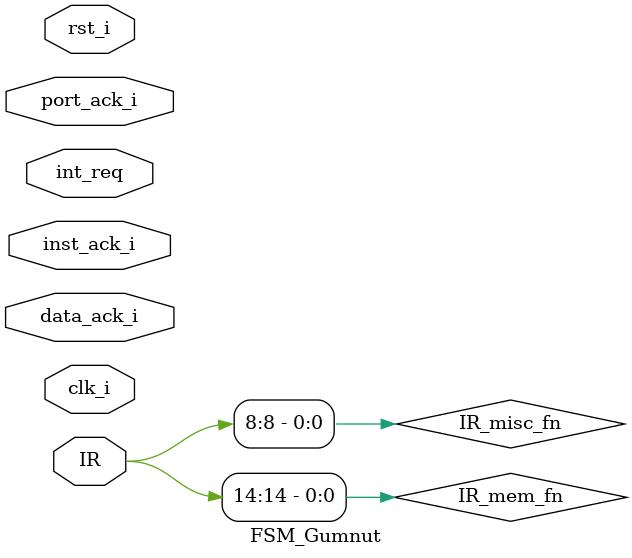
<source format=v>
module FSM_Gumnut (

input clk_i,
input rst_i,
input inst_ack_i,
input [17:0] IR,
input int_req,
input data_ack_i,
input port_ack_i
);

localparam [2:0] misc_fn_wait 	  = 3'b100;
localparam [2:0] misc_fn_stby 	  = 3'b101;
localparam [1:0] mem_fn_ldm = 2'b00;
localparam [1:0] mem_fn_stm = 2'b01;
localparam [1:0] mem_fn_inp = 2'b10;
localparam [1:0] mem_fn_out = 2'b11;

parameter [2:0] fetch_state      = 3'b000,
                  decode_state     = 3'b001,
                  execute_state    = 3'b010,
                  mem_state        = 3'b011,
                  write_back_state = 3'b100,
                  int_state        = 3'b101;
						
reg [2:0] state, next_state;
reg int_en; //DUDA

assign IR_decode_mem       = IR[17:16] == 2'b10;
assign IR_decode_jump      = IR[17:13] == 5'b11110;
assign IR_decode_branch    = IR[17:12] == 6'b111110;
assign IR_decode_misc      = IR[17:11] == 7'b1111110;
assign IR_misc_fn      = IR[10:8];
assign IR_mem_fn       = IR[15:14];

always @(posedge clk_i or posedge rst_i) // state reg
begin
    if (rst_i) 
		state <= fetch_state;
    else       
		state <= next_state;
end

always @*  // next state logic
begin 

    case (state)
	 
      fetch_state:
        if (!inst_ack_i) 
				next_state = fetch_state;
        else            
				next_state = decode_state;
				
      decode_state:
        if (IR_decode_branch || IR_decode_jump || IR_decode_misc) 
		  begin
          if (IR_decode_misc && (IR_misc_fn == misc_fn_wait || IR_misc_fn == misc_fn_stby)
            && !(int_en && int_req))
					next_state = decode_state;
          else if (int_en && int_req)
					next_state = int_state;
          else
					next_state = fetch_state;
        end
        else
          next_state = execute_state;
			 
      execute_state:
        if (IR_decode_mem) 
		  begin
          if ((IR_mem_fn == mem_fn_ldm || IR_mem_fn == mem_fn_stm) && !data_ack_i)
					next_state = mem_state;
          else if ((IR_mem_fn == mem_fn_inp || IR_mem_fn == mem_fn_out) && !port_ack_i)
					next_state = mem_state;
          else if (IR_mem_fn == mem_fn_ldm || IR_mem_fn == mem_fn_inp)
					next_state = write_back_state;
          else if (int_en && int_req)
					next_state = int_state;
          else
            next_state = fetch_state;
        end
        else
          next_state = write_back_state;
			 
      mem_state:
        if ((IR_mem_fn == mem_fn_ldm || IR_mem_fn == mem_fn_stm) && !data_ack_i)
				next_state = mem_state;
        else if ((IR_mem_fn == mem_fn_inp || IR_mem_fn == mem_fn_out) && !port_ack_i)
				next_state = mem_state;
        else if (IR_mem_fn == mem_fn_ldm || IR_mem_fn == mem_fn_inp)
				next_state = write_back_state;
        else if (int_en && int_req)
            next_state = int_state;
        else
				next_state = fetch_state;
				
      write_back_state:
        if (int_en && int_req) 
				next_state = int_state;
        else                   
				next_state = fetch_state;
				
      int_state:
        next_state = fetch_state;
    endcase
end

endmodule





</source>
